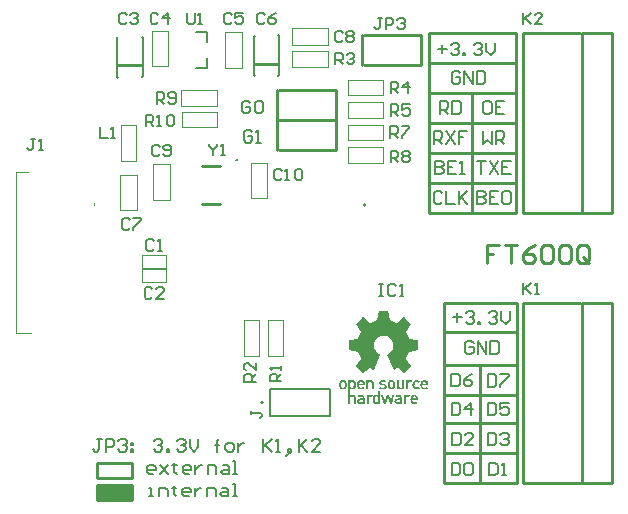
<source format=gbr>
%TF.GenerationSoftware,Altium Limited,Altium Designer,19.1.7 (138)*%
G04 Layer_Color=65535*
%FSLAX45Y45*%
%MOMM*%
%TF.FileFunction,Legend,Top*%
%TF.Part,Single*%
G01*
G75*
%TA.AperFunction,NonConductor*%
%ADD34C,0.15240*%
%ADD35C,0.10000*%
%ADD46C,0.20000*%
%ADD47C,0.25400*%
%ADD48C,0.12700*%
%ADD49C,0.15000*%
%ADD50C,0.17780*%
G36*
X6492473Y5017852D02*
Y5016387D01*
X6507121Y4941682D01*
Y4940217D01*
X6508586Y4938752D01*
X6510051Y4937287D01*
X6559855Y4916780D01*
X6564249D01*
X6627236Y4960724D01*
X6628701D01*
X6631631Y4959260D01*
X6685829Y4907991D01*
Y4906526D01*
Y4905061D01*
Y4903596D01*
Y4902132D01*
X6641885Y4840609D01*
Y4837680D01*
Y4836215D01*
Y4834750D01*
X6665322Y4783481D01*
Y4782017D01*
X6666787Y4780552D01*
X6669716D01*
X6740027Y4767368D01*
X6742957D01*
X6744422Y4765904D01*
Y4764439D01*
Y4689733D01*
Y4688268D01*
X6742957Y4686803D01*
X6740027D01*
X6671181Y4672155D01*
X6669716D01*
X6668251Y4670690D01*
X6666787Y4669226D01*
X6644814Y4613563D01*
Y4612098D01*
Y4610633D01*
Y4609168D01*
Y4607703D01*
X6685829Y4550575D01*
Y4547646D01*
Y4546181D01*
X6631631Y4493447D01*
X6630166Y4491983D01*
X6628701D01*
X6627236Y4493447D01*
X6570109Y4531533D01*
X6564249D01*
X6540812Y4518349D01*
X6537883D01*
X6536418Y4519814D01*
X6483684Y4645789D01*
Y4647253D01*
X6485149Y4651648D01*
X6492473Y4654577D01*
X6493938Y4656042D01*
X6495403Y4657507D01*
X6496868Y4658972D01*
X6501262Y4661902D01*
X6507121Y4667761D01*
X6514445Y4675085D01*
X6521770Y4683874D01*
X6527629Y4695592D01*
X6532023Y4708776D01*
X6533488Y4724889D01*
Y4726354D01*
Y4730748D01*
X6532023Y4736607D01*
X6530558Y4745396D01*
X6527629Y4754185D01*
X6523234Y4764439D01*
X6517375Y4774693D01*
X6510051Y4783481D01*
X6508586Y4784946D01*
X6505657Y4787876D01*
X6501262Y4790806D01*
X6493938Y4796665D01*
X6485149Y4801059D01*
X6474895Y4803989D01*
X6464642Y4806919D01*
X6451458Y4808383D01*
X6445599D01*
X6439740Y4806919D01*
X6430951Y4805454D01*
X6422162Y4802524D01*
X6411908Y4798130D01*
X6403119Y4792270D01*
X6392866Y4783481D01*
X6391401Y4782017D01*
X6389936Y4779087D01*
X6385541Y4774693D01*
X6381147Y4767368D01*
X6376753Y4758580D01*
X6373823Y4748326D01*
X6370893Y4738072D01*
X6369428Y4724889D01*
Y4723424D01*
Y4717565D01*
X6370893Y4710241D01*
X6373823Y4699987D01*
X6378217Y4689733D01*
X6385541Y4678015D01*
X6394330Y4667761D01*
X6407514Y4657507D01*
Y4656042D01*
X6408979Y4654577D01*
X6410443D01*
X6417767Y4651648D01*
X6419232Y4650183D01*
Y4645789D01*
X6367964Y4519814D01*
X6366499D01*
X6362104Y4518349D01*
X6337202Y4531533D01*
X6332808D01*
X6275680Y4493447D01*
X6274215Y4491983D01*
X6272750D01*
X6271286Y4493447D01*
X6217087Y4546181D01*
Y4547646D01*
Y4549111D01*
Y4550575D01*
X6258102Y4607703D01*
Y4609168D01*
Y4610633D01*
Y4612098D01*
Y4613563D01*
X6234665Y4669226D01*
Y4670690D01*
X6231736Y4672155D01*
X6162889Y4686803D01*
X6161424D01*
X6159959Y4688268D01*
X6158495Y4689733D01*
Y4764439D01*
Y4765904D01*
X6159959Y4767368D01*
X6162889D01*
X6233200Y4780552D01*
X6234665D01*
X6239060Y4783481D01*
X6259567Y4834750D01*
Y4836215D01*
Y4837680D01*
Y4839144D01*
Y4840609D01*
X6217087Y4902132D01*
Y4903596D01*
Y4905061D01*
Y4906526D01*
Y4907991D01*
X6271286Y4959260D01*
X6272750Y4960724D01*
X6275680D01*
X6337202Y4916780D01*
X6343062D01*
X6392866Y4937287D01*
X6394330D01*
X6395795Y4938752D01*
Y4941682D01*
X6410443Y5016387D01*
Y5017852D01*
X6411908Y5019317D01*
X6491008D01*
X6492473Y5017852D01*
D02*
G37*
G36*
X6691688Y4428995D02*
X6697548Y4426066D01*
X6685829Y4411418D01*
X6684364Y4412882D01*
X6682900Y4414347D01*
X6679970Y4415812D01*
X6677040Y4417277D01*
X6674111D01*
X6669716Y4415812D01*
X6663857Y4409953D01*
X6662392Y4405558D01*
X6660927Y4399699D01*
Y4352825D01*
X6644814D01*
Y4431925D01*
X6660927D01*
Y4423136D01*
X6662392Y4424601D01*
X6665322Y4427531D01*
X6672646Y4430460D01*
X6681435Y4431925D01*
X6685829D01*
X6691688Y4428995D01*
D02*
G37*
G36*
X6354780D02*
X6359175Y4424601D01*
X6363569Y4420207D01*
X6366499Y4412882D01*
X6367964Y4404094D01*
Y4352825D01*
X6351851D01*
Y4399699D01*
Y4401164D01*
Y4402629D01*
X6350386Y4408488D01*
X6344527Y4414347D01*
X6341597Y4417277D01*
X6332808D01*
X6328414Y4415812D01*
X6322554Y4409953D01*
X6321089Y4405558D01*
X6319625Y4399699D01*
Y4352825D01*
X6303512D01*
Y4431925D01*
X6319625D01*
Y4423136D01*
X6321089Y4424601D01*
X6325484Y4427531D01*
X6331343Y4430460D01*
X6341597Y4431925D01*
X6345991D01*
X6354780Y4428995D01*
D02*
G37*
G36*
X6196580Y4430460D02*
X6203904Y4428995D01*
X6211228Y4423136D01*
X6212693Y4421671D01*
X6214158Y4415812D01*
X6215623Y4407023D01*
Y4392375D01*
Y4390910D01*
Y4389445D01*
Y4380656D01*
X6214158Y4370403D01*
X6211228Y4361614D01*
X6209763Y4360149D01*
X6203904Y4357219D01*
X6196580Y4352825D01*
X6189256Y4351360D01*
X6187791D01*
X6183397Y4352825D01*
X6176072Y4355755D01*
X6167284Y4360149D01*
Y4298627D01*
X6168748Y4300091D01*
X6173143Y4303021D01*
X6179002Y4305951D01*
X6189256Y4307416D01*
X6193650D01*
X6202439Y4304486D01*
X6206834Y4301556D01*
X6211228Y4295697D01*
X6214158Y4289838D01*
X6215623Y4281049D01*
Y4229780D01*
X6199510D01*
Y4275190D01*
Y4276654D01*
Y4278119D01*
X6198045Y4283978D01*
X6192185Y4289838D01*
X6189256Y4292767D01*
X6180467D01*
X6176072Y4291303D01*
X6170213Y4285443D01*
X6168748Y4281049D01*
X6167284Y4275190D01*
Y4229780D01*
X6154100D01*
Y4431925D01*
X6167284D01*
Y4423136D01*
X6168748Y4424601D01*
X6174608Y4427531D01*
X6180467Y4430460D01*
X6189256Y4431925D01*
X6190721D01*
X6196580Y4430460D01*
D02*
G37*
G36*
X6455853D02*
X6464642Y4427531D01*
X6474895Y4420207D01*
X6466106Y4409953D01*
X6463177Y4411418D01*
X6457318Y4414347D01*
X6449993Y4415812D01*
X6444134Y4417277D01*
X6441205D01*
X6436810Y4415812D01*
X6432416Y4414347D01*
X6429486Y4408488D01*
Y4407023D01*
X6430951Y4405558D01*
X6433880Y4402629D01*
X6441205Y4401164D01*
X6454388Y4399699D01*
X6458782D01*
X6466106Y4395305D01*
X6474895Y4387981D01*
X6476360Y4383586D01*
X6477825Y4376262D01*
Y4374797D01*
Y4371868D01*
X6476360Y4368938D01*
X6473431Y4364543D01*
X6469036Y4358684D01*
X6463177Y4355755D01*
X6455853Y4352825D01*
X6444134Y4351360D01*
X6441205D01*
X6432416Y4352825D01*
X6422162Y4357219D01*
X6410443Y4366008D01*
X6420697Y4376262D01*
X6422162Y4374797D01*
X6428021Y4371868D01*
X6436810Y4367473D01*
X6445599Y4366008D01*
X6448529D01*
X6454388Y4367473D01*
X6458782Y4370403D01*
X6461712Y4373332D01*
Y4376262D01*
Y4377727D01*
X6460247Y4379192D01*
X6457318Y4382121D01*
X6451458Y4385051D01*
X6435345D01*
X6433880Y4386516D01*
X6426556Y4389445D01*
X6419232Y4396769D01*
X6417767Y4401164D01*
X6416303Y4408488D01*
Y4409953D01*
Y4412882D01*
X6419232Y4420207D01*
X6423627Y4424601D01*
X6428021Y4428995D01*
X6435345Y4430460D01*
X6444134Y4431925D01*
X6447064D01*
X6455853Y4430460D01*
D02*
G37*
G36*
X6741492D02*
X6750281Y4426066D01*
X6759070Y4418742D01*
X6747352Y4408488D01*
X6745887Y4409953D01*
X6742957Y4412882D01*
X6738563Y4415812D01*
X6731239Y4417277D01*
X6728309D01*
X6722450Y4414347D01*
X6718055Y4411418D01*
X6715126Y4407023D01*
X6713661Y4401164D01*
X6712196Y4392375D01*
Y4390910D01*
Y4387981D01*
X6715126Y4380656D01*
X6720985Y4371868D01*
X6725379Y4368938D01*
X6731239Y4367473D01*
X6732703D01*
X6737098Y4368938D01*
X6741492Y4371868D01*
X6747352Y4376262D01*
X6759070Y4366008D01*
X6757605Y4363079D01*
X6751746Y4358684D01*
X6742957Y4354290D01*
X6731239Y4351360D01*
X6725379D01*
X6719520Y4354290D01*
X6713661Y4357219D01*
X6707801Y4361614D01*
X6701942Y4368938D01*
X6697548Y4379192D01*
X6696083Y4392375D01*
Y4393840D01*
Y4398234D01*
X6697548Y4405558D01*
X6700477Y4412882D01*
X6704872Y4418742D01*
X6710731Y4426066D01*
X6719520Y4430460D01*
X6731239Y4431925D01*
X6734168D01*
X6741492Y4430460D01*
D02*
G37*
G36*
X6627236Y4352825D02*
X6611123D01*
Y4360149D01*
X6609659Y4358684D01*
X6605264Y4355755D01*
X6599405Y4352825D01*
X6592081Y4351360D01*
X6587686D01*
X6578897Y4354290D01*
X6573038Y4357219D01*
X6568644Y4363079D01*
X6565714Y4368938D01*
X6564249Y4377727D01*
Y4431925D01*
X6580362D01*
Y4385051D01*
Y4382121D01*
X6581827Y4376262D01*
X6587686Y4370403D01*
X6590616Y4368938D01*
X6596475Y4367473D01*
X6599405D01*
X6603799Y4370403D01*
X6608194Y4374797D01*
X6611123Y4379192D01*
Y4385051D01*
Y4431925D01*
X6627236D01*
Y4352825D01*
D02*
G37*
G36*
X6805944Y4430460D02*
X6813268Y4427531D01*
X6819128Y4424601D01*
X6823522Y4418742D01*
X6827916Y4409953D01*
X6829381Y4399699D01*
Y4385051D01*
X6779578D01*
Y4383586D01*
Y4382121D01*
X6782507Y4376262D01*
X6788366Y4368938D01*
X6792761Y4367473D01*
X6798620Y4366008D01*
X6800085D01*
X6804479Y4367473D01*
X6810339Y4370403D01*
X6814733Y4374797D01*
X6826452Y4364543D01*
X6824987Y4363079D01*
X6819128Y4358684D01*
X6810339Y4352825D01*
X6798620Y4351360D01*
X6792761D01*
X6786902Y4354290D01*
X6781042Y4357219D01*
X6775183Y4361614D01*
X6769324Y4368938D01*
X6764929Y4379192D01*
X6763465Y4392375D01*
Y4393840D01*
Y4398234D01*
X6764929Y4405558D01*
X6767859Y4412882D01*
X6770789Y4418742D01*
X6776648Y4426066D01*
X6785437Y4430460D01*
X6795690Y4431925D01*
X6801550D01*
X6805944Y4430460D01*
D02*
G37*
G36*
X6527629D02*
X6534953Y4428995D01*
X6542277Y4423136D01*
X6543742Y4421671D01*
X6546671Y4415812D01*
X6549601Y4407023D01*
X6551066Y4392375D01*
Y4390910D01*
Y4389445D01*
X6549601Y4380656D01*
X6548136Y4370403D01*
X6542277Y4361614D01*
X6540812Y4360149D01*
X6536418Y4357219D01*
X6529094Y4352825D01*
X6518840Y4351360D01*
X6515910D01*
X6510051Y4352825D01*
X6502727Y4355755D01*
X6493938Y4361614D01*
X6492473Y4363079D01*
X6491008Y4368938D01*
X6488079Y4379192D01*
X6486614Y4392375D01*
Y4393840D01*
Y4395305D01*
X6488079Y4404094D01*
X6489544Y4414347D01*
X6493938Y4423136D01*
X6495403Y4424601D01*
X6499797Y4427531D01*
X6508586Y4430460D01*
X6518840Y4431925D01*
X6521770D01*
X6527629Y4430460D01*
D02*
G37*
G36*
X6268356D02*
X6275680Y4427531D01*
X6281539Y4424601D01*
X6285934Y4418742D01*
X6290328Y4409953D01*
X6291793Y4399699D01*
Y4385051D01*
X6241989D01*
Y4383586D01*
Y4382121D01*
X6244919Y4376262D01*
X6249313Y4368938D01*
X6253708Y4367473D01*
X6259567Y4366008D01*
X6261032D01*
X6266891Y4367473D01*
X6271286Y4370403D01*
X6277145Y4374797D01*
X6290328Y4364543D01*
X6287399Y4363079D01*
X6281539Y4358684D01*
X6272750Y4352825D01*
X6261032Y4351360D01*
X6255173D01*
X6249313Y4354290D01*
X6243454Y4357219D01*
X6237595Y4361614D01*
X6231736Y4368938D01*
X6227341Y4379192D01*
X6225876Y4392375D01*
Y4393840D01*
Y4398234D01*
X6227341Y4405558D01*
X6230271Y4412882D01*
X6233200Y4418742D01*
X6239060Y4426066D01*
X6247849Y4430460D01*
X6258102Y4431925D01*
X6263962D01*
X6268356Y4430460D01*
D02*
G37*
G36*
X6117480D02*
X6124804Y4428995D01*
X6130663Y4423136D01*
X6132128Y4421671D01*
X6135058Y4415812D01*
X6137987Y4407023D01*
X6139452Y4392375D01*
Y4390910D01*
Y4389445D01*
X6137987Y4380656D01*
X6136522Y4370403D01*
X6130663Y4361614D01*
X6129198Y4360149D01*
X6124804Y4357219D01*
X6117480Y4352825D01*
X6107226Y4351360D01*
X6104296D01*
X6098437Y4352825D01*
X6091113Y4355755D01*
X6082324Y4361614D01*
X6080859Y4363079D01*
X6079394Y4370403D01*
X6077930Y4379192D01*
X6076465Y4392375D01*
Y4393840D01*
Y4395305D01*
X6077930Y4404094D01*
X6079394Y4412882D01*
X6082324Y4423136D01*
X6083789Y4424601D01*
X6088183Y4427531D01*
X6096972Y4430460D01*
X6107226Y4431925D01*
X6110156D01*
X6117480Y4430460D01*
D02*
G37*
G36*
X6672646Y4304486D02*
X6678505Y4301556D01*
X6665322Y4288373D01*
Y4289838D01*
X6662392Y4291303D01*
X6659462Y4292767D01*
X6652138D01*
X6647744Y4291303D01*
X6643349Y4285443D01*
X6640420Y4281049D01*
Y4275190D01*
Y4229780D01*
X6624307D01*
Y4307416D01*
X6640420D01*
Y4298627D01*
X6641885Y4300091D01*
X6646279Y4303021D01*
X6652138Y4305951D01*
X6662392Y4307416D01*
X6666787D01*
X6672646Y4304486D01*
D02*
G37*
G36*
X6423627Y4229780D02*
X6407514D01*
Y4235639D01*
X6406049Y4234175D01*
X6401654Y4231245D01*
X6395795Y4228315D01*
X6387006Y4226851D01*
X6385541D01*
X6379682Y4228315D01*
X6372358Y4231245D01*
X6366499Y4238569D01*
X6365034Y4240034D01*
X6363569Y4244428D01*
X6362104Y4247358D01*
Y4253217D01*
X6360640Y4259077D01*
Y4267865D01*
Y4269330D01*
Y4272260D01*
X6362104Y4281049D01*
X6363569Y4291303D01*
X6365034Y4295697D01*
X6366499Y4298627D01*
X6367964Y4300091D01*
X6370893Y4303021D01*
X6378217Y4305951D01*
X6387006Y4307416D01*
X6388471D01*
X6394330Y4305951D01*
X6400190Y4304486D01*
X6407514Y4298627D01*
Y4339642D01*
X6423627D01*
Y4229780D01*
D02*
G37*
G36*
X6354780Y4304486D02*
X6360640Y4301556D01*
X6348921Y4288373D01*
X6347456Y4289838D01*
X6345991Y4291303D01*
X6341597Y4292767D01*
X6335738D01*
X6331343Y4291303D01*
X6325484Y4285443D01*
X6324019Y4281049D01*
Y4275190D01*
Y4229780D01*
X6307906D01*
Y4307416D01*
X6324019D01*
Y4298627D01*
X6325484Y4300091D01*
X6328414Y4303021D01*
X6334273Y4305951D01*
X6343062Y4307416D01*
X6348921D01*
X6354780Y4304486D01*
D02*
G37*
G36*
X6518840Y4229780D02*
X6504192D01*
X6486614Y4283978D01*
X6470501Y4229780D01*
X6457318D01*
X6432416Y4307416D01*
X6448529D01*
X6463177Y4251752D01*
X6482219Y4307416D01*
X6493938D01*
X6511516Y4251752D01*
X6526164Y4307416D01*
X6543742D01*
X6518840Y4229780D01*
D02*
G37*
G36*
X6592081Y4304486D02*
X6596475Y4301556D01*
X6602335Y4297162D01*
X6605264Y4291303D01*
X6606729Y4282514D01*
Y4229780D01*
X6592081D01*
Y4235639D01*
X6590616Y4234175D01*
X6587686Y4231245D01*
X6580362Y4228315D01*
X6571573Y4226851D01*
X6567179D01*
X6558390Y4229780D01*
X6552531Y4232710D01*
X6548136Y4237104D01*
X6545207Y4242964D01*
X6543742Y4251752D01*
Y4253217D01*
Y4256147D01*
X6546671Y4263471D01*
X6549601Y4267865D01*
X6555460Y4272260D01*
X6561320Y4273725D01*
X6570109Y4275190D01*
X6592081D01*
Y4282514D01*
Y4283978D01*
X6590616Y4288373D01*
X6584757Y4291303D01*
X6581827Y4292767D01*
X6570109D01*
X6564249Y4291303D01*
X6561320Y4288373D01*
X6549601Y4297162D01*
X6551066Y4298627D01*
X6555460Y4303021D01*
X6562784Y4305951D01*
X6575968Y4307416D01*
X6580362D01*
X6592081Y4304486D01*
D02*
G37*
G36*
X6266891Y4305951D02*
X6274215Y4304486D01*
X6280075Y4301556D01*
X6284469Y4297162D01*
X6288863Y4291303D01*
X6290328Y4282514D01*
Y4229780D01*
X6274215D01*
Y4235639D01*
X6272750Y4234175D01*
X6269821Y4231245D01*
X6263962Y4228315D01*
X6255173Y4226851D01*
X6250778D01*
X6240524Y4229780D01*
X6234665Y4232710D01*
X6230271Y4237104D01*
X6227341Y4242964D01*
X6225876Y4251752D01*
Y4253217D01*
Y4256147D01*
X6228806Y4263471D01*
X6231736Y4267865D01*
X6237595Y4272260D01*
X6243454Y4273725D01*
X6252243Y4275190D01*
X6274215D01*
Y4282514D01*
Y4283978D01*
X6272750Y4288373D01*
X6266891Y4291303D01*
X6263962Y4292767D01*
X6252243D01*
X6246384Y4291303D01*
X6241989Y4288373D01*
X6230271Y4297162D01*
X6231736Y4298627D01*
X6237595Y4303021D01*
X6244919Y4305951D01*
X6256637Y4307416D01*
X6262497D01*
X6266891Y4305951D01*
D02*
G37*
G36*
X6720985D02*
X6728309Y4303021D01*
X6734168Y4300091D01*
X6738563Y4294232D01*
X6742957Y4285443D01*
X6744422Y4275190D01*
Y4260541D01*
X6694618D01*
Y4259077D01*
Y4257612D01*
X6697548Y4251752D01*
X6701942Y4244428D01*
X6706337Y4242964D01*
X6712196Y4241499D01*
X6713661D01*
X6719520Y4242964D01*
X6723914Y4245893D01*
X6729774Y4250288D01*
X6741492Y4240034D01*
X6740027Y4238569D01*
X6734168Y4234175D01*
X6725379Y4228315D01*
X6713661Y4226851D01*
X6707801D01*
X6701942Y4229780D01*
X6696083Y4232710D01*
X6690224Y4237104D01*
X6684364Y4244428D01*
X6679970Y4254682D01*
X6678505Y4267865D01*
Y4269330D01*
Y4273725D01*
X6679970Y4281049D01*
X6682900Y4288373D01*
X6685829Y4294232D01*
X6691688Y4301556D01*
X6700477Y4305951D01*
X6710731Y4307416D01*
X6716590D01*
X6720985Y4305951D01*
D02*
G37*
%LPC*%
G36*
X6183397Y4417277D02*
X6180467D01*
X6176072Y4414347D01*
X6173143Y4411418D01*
X6170213Y4407023D01*
X6168748Y4401164D01*
X6167284Y4392375D01*
Y4390910D01*
Y4387981D01*
X6168748Y4380656D01*
X6174608Y4371868D01*
X6177537Y4368938D01*
X6183397Y4367473D01*
X6186326D01*
X6192185Y4370403D01*
X6195115Y4373332D01*
X6196580Y4377727D01*
X6199510Y4383586D01*
Y4392375D01*
Y4393840D01*
Y4396769D01*
X6198045Y4405558D01*
X6192185Y4412882D01*
X6189256Y4415812D01*
X6183397Y4417277D01*
D02*
G37*
G36*
X6800085D02*
X6792761D01*
X6788366Y4415812D01*
X6782507Y4409953D01*
X6781042Y4405558D01*
X6779578Y4399699D01*
X6813268D01*
Y4401164D01*
Y4402629D01*
X6810339Y4408488D01*
X6804479Y4414347D01*
X6800085Y4417277D01*
D02*
G37*
G36*
X6518840D02*
X6517375D01*
X6514445Y4415812D01*
X6510051Y4414347D01*
X6507121Y4409953D01*
X6505657Y4407023D01*
X6504192Y4401164D01*
X6502727Y4392375D01*
Y4389445D01*
Y4385051D01*
X6504192Y4377727D01*
X6507121Y4373332D01*
Y4371868D01*
X6508586Y4370403D01*
X6512981Y4368938D01*
X6518840Y4367473D01*
X6520305D01*
X6523234Y4368938D01*
X6527629Y4370403D01*
X6530558Y4373332D01*
X6532023Y4374797D01*
X6533488Y4377727D01*
X6534953Y4383586D01*
Y4392375D01*
Y4395305D01*
Y4399699D01*
X6533488Y4405558D01*
X6530558Y4409953D01*
Y4411418D01*
X6527629Y4414347D01*
X6524699Y4415812D01*
X6518840Y4417277D01*
D02*
G37*
G36*
X6262497D02*
X6255173D01*
X6250778Y4415812D01*
X6244919Y4409953D01*
X6243454Y4405558D01*
X6241989Y4399699D01*
X6275680D01*
Y4401164D01*
Y4402629D01*
X6272750Y4408488D01*
X6266891Y4414347D01*
X6262497Y4417277D01*
D02*
G37*
G36*
X6107226D02*
X6105761D01*
X6102832Y4415812D01*
X6098437Y4414347D01*
X6095507Y4409953D01*
X6094043Y4408488D01*
X6092578Y4405558D01*
X6091113Y4399699D01*
X6089648Y4392375D01*
Y4390910D01*
X6091113Y4385051D01*
X6092578Y4379192D01*
X6095507Y4373332D01*
Y4371868D01*
X6096972Y4370403D01*
X6101367Y4368938D01*
X6107226Y4367473D01*
X6108691D01*
X6113085Y4368938D01*
X6117480Y4370403D01*
X6120409Y4373332D01*
Y4374797D01*
X6121874Y4377727D01*
X6123339Y4383586D01*
Y4392375D01*
Y4395305D01*
Y4399699D01*
X6121874Y4405558D01*
X6120409Y4409953D01*
X6118945Y4411418D01*
X6117480Y4414347D01*
X6113085Y4415812D01*
X6107226Y4417277D01*
D02*
G37*
G36*
X6392866Y4292767D02*
X6389936D01*
X6385541Y4289838D01*
X6382612Y4286908D01*
X6379682Y4282514D01*
X6378217Y4276654D01*
X6376753Y4267865D01*
Y4266401D01*
Y4263471D01*
X6378217Y4256147D01*
X6384077Y4247358D01*
X6387006Y4244428D01*
X6392866Y4242964D01*
X6395795D01*
X6400190Y4245893D01*
X6403119Y4248823D01*
X6404584Y4253217D01*
X6407514Y4259077D01*
Y4267865D01*
Y4269330D01*
Y4272260D01*
X6406049Y4281049D01*
X6401654Y4288373D01*
X6397260Y4291303D01*
X6392866Y4292767D01*
D02*
G37*
G36*
X6592081Y4260541D02*
X6571573D01*
X6567179Y4259077D01*
X6561320Y4257612D01*
X6559855Y4251752D01*
Y4250288D01*
X6561320Y4247358D01*
X6565714Y4242964D01*
X6573038Y4241499D01*
X6575968D01*
X6583292Y4242964D01*
X6589151Y4247358D01*
X6590616Y4251752D01*
X6592081Y4256147D01*
Y4260541D01*
D02*
G37*
G36*
X6274215D02*
X6253708D01*
X6249313Y4259077D01*
X6243454Y4257612D01*
X6241989Y4251752D01*
Y4250288D01*
X6243454Y4247358D01*
X6247849Y4242964D01*
X6256637Y4241499D01*
X6259567D01*
X6265426Y4242964D01*
X6271286Y4247358D01*
X6274215Y4251752D01*
Y4256147D01*
Y4260541D01*
D02*
G37*
G36*
X6715126Y4292767D02*
X6707801D01*
X6703407Y4291303D01*
X6697548Y4285443D01*
X6696083Y4281049D01*
X6694618Y4275190D01*
X6728309D01*
Y4276654D01*
Y4278119D01*
X6725379Y4283978D01*
X6719520Y4289838D01*
X6715126Y4292767D01*
D02*
G37*
%LPD*%
D34*
X5328511Y4171826D02*
Y4139663D01*
Y4155745D01*
X5408919D01*
X5425000Y4139663D01*
Y4123582D01*
X5408919Y4107500D01*
X6435674Y7498245D02*
X6403511D01*
X6419593D01*
Y7417837D01*
X6403511Y7401756D01*
X6387430D01*
X6371348Y7417837D01*
X6467837Y7401756D02*
Y7498245D01*
X6516082D01*
X6532163Y7482163D01*
Y7450000D01*
X6516082Y7433919D01*
X6467837D01*
X6564326Y7482163D02*
X6580407Y7498245D01*
X6612570D01*
X6628652Y7482163D01*
Y7466082D01*
X6612570Y7450000D01*
X6596489D01*
X6612570D01*
X6628652Y7433919D01*
Y7417837D01*
X6612570Y7401756D01*
X6580407D01*
X6564326Y7417837D01*
X4050474Y6576045D02*
Y6479556D01*
X4114800D01*
X4146963D02*
X4179126D01*
X4163045D01*
Y6576045D01*
X4146963Y6559963D01*
X4438689Y6581156D02*
Y6677645D01*
X4486934D01*
X4503015Y6661563D01*
Y6629400D01*
X4486934Y6613319D01*
X4438689D01*
X4470852D02*
X4503015Y6581156D01*
X4535178D02*
X4567341D01*
X4551259D01*
Y6677645D01*
X4535178Y6661563D01*
X4615585D02*
X4631667Y6677645D01*
X4663830D01*
X4679911Y6661563D01*
Y6597237D01*
X4663830Y6581156D01*
X4631667D01*
X4615585Y6597237D01*
Y6661563D01*
X4529693Y6771656D02*
Y6868145D01*
X4577937D01*
X4594018Y6852063D01*
Y6819900D01*
X4577937Y6803819D01*
X4529693D01*
X4561856D02*
X4594018Y6771656D01*
X4626182Y6787737D02*
X4642263Y6771656D01*
X4674426D01*
X4690507Y6787737D01*
Y6852063D01*
X4674426Y6868145D01*
X4642263D01*
X4626182Y6852063D01*
Y6835982D01*
X4642263Y6819900D01*
X4690507D01*
X6510893Y6276356D02*
Y6372845D01*
X6559137D01*
X6575218Y6356763D01*
Y6324600D01*
X6559137Y6308519D01*
X6510893D01*
X6543056D02*
X6575218Y6276356D01*
X6607382Y6356763D02*
X6623463Y6372845D01*
X6655626D01*
X6671707Y6356763D01*
Y6340682D01*
X6655626Y6324600D01*
X6671707Y6308519D01*
Y6292437D01*
X6655626Y6276356D01*
X6623463D01*
X6607382Y6292437D01*
Y6308519D01*
X6623463Y6324600D01*
X6607382Y6340682D01*
Y6356763D01*
X6623463Y6324600D02*
X6655626D01*
X6509488Y6482181D02*
Y6578670D01*
X6557732D01*
X6573813Y6562588D01*
Y6530426D01*
X6557732Y6514344D01*
X6509488D01*
X6541651D02*
X6573813Y6482181D01*
X6605976Y6578670D02*
X6670302D01*
Y6562588D01*
X6605976Y6498263D01*
Y6482181D01*
X6510893Y6670056D02*
Y6766545D01*
X6559137D01*
X6575218Y6750463D01*
Y6718300D01*
X6559137Y6702219D01*
X6510893D01*
X6543056D02*
X6575218Y6670056D01*
X6671707Y6766545D02*
X6607382D01*
Y6718300D01*
X6639545Y6734382D01*
X6655626D01*
X6671707Y6718300D01*
Y6686137D01*
X6655626Y6670056D01*
X6623463D01*
X6607382Y6686137D01*
X6510893Y6860556D02*
Y6957045D01*
X6559137D01*
X6575218Y6940963D01*
Y6908800D01*
X6559137Y6892719D01*
X6510893D01*
X6543056D02*
X6575218Y6860556D01*
X6655626D02*
Y6957045D01*
X6607382Y6908800D01*
X6671707D01*
X6042388Y7104481D02*
Y7200970D01*
X6090632D01*
X6106713Y7184888D01*
Y7152726D01*
X6090632Y7136644D01*
X6042388D01*
X6074551D02*
X6106713Y7104481D01*
X6138876Y7184888D02*
X6154958Y7200970D01*
X6187121D01*
X6203202Y7184888D01*
Y7168807D01*
X6187121Y7152726D01*
X6171039D01*
X6187121D01*
X6203202Y7136644D01*
Y7120563D01*
X6187121Y7104481D01*
X6154958D01*
X6138876Y7120563D01*
X5369544Y4415393D02*
X5273055D01*
Y4463638D01*
X5289137Y4479719D01*
X5321299D01*
X5337381Y4463638D01*
Y4415393D01*
Y4447556D02*
X5369544Y4479719D01*
Y4576208D02*
Y4511882D01*
X5305218Y4576208D01*
X5289137D01*
X5273055Y4560126D01*
Y4527963D01*
X5289137Y4511882D01*
X5585444Y4418774D02*
X5488955D01*
Y4467019D01*
X5505037Y4483100D01*
X5537200D01*
X5553281Y4467019D01*
Y4418774D01*
Y4450937D02*
X5585444Y4483100D01*
Y4515263D02*
Y4547426D01*
Y4531345D01*
X5488955D01*
X5505037Y4515263D01*
X4977574Y6428725D02*
Y6412643D01*
X5009737Y6380480D01*
X5041900Y6412643D01*
Y6428725D01*
X5009737Y6380480D02*
Y6332236D01*
X5074063D02*
X5106226D01*
X5090145D01*
Y6428725D01*
X5074063Y6412643D01*
X4787074Y7541245D02*
Y7460837D01*
X4803156Y7444756D01*
X4835319D01*
X4851400Y7460837D01*
Y7541245D01*
X4883563Y7444756D02*
X4915726D01*
X4899645D01*
Y7541245D01*
X4883563Y7525163D01*
X7635240Y7541229D02*
Y7444740D01*
Y7476903D01*
X7699566Y7541229D01*
X7651322Y7492985D01*
X7699566Y7444740D01*
X7796055D02*
X7731729D01*
X7796055Y7509066D01*
Y7525147D01*
X7779973Y7541229D01*
X7747810D01*
X7731729Y7525147D01*
X7635240Y5255229D02*
Y5158740D01*
Y5190903D01*
X7699566Y5255229D01*
X7651322Y5206985D01*
X7699566Y5158740D01*
X7731729D02*
X7763892D01*
X7747810D01*
Y5255229D01*
X7731729Y5239147D01*
X3500000Y6473245D02*
X3467837D01*
X3483919D01*
Y6392837D01*
X3467837Y6376756D01*
X3451756D01*
X3435674Y6392837D01*
X3532163Y6376756D02*
X3564326D01*
X3548245D01*
Y6473245D01*
X3532163Y6457163D01*
X6410571Y5242545D02*
X6442734D01*
X6426652D01*
Y5146056D01*
X6410571D01*
X6442734D01*
X6555304Y5226463D02*
X6539222Y5242545D01*
X6507059D01*
X6490978Y5226463D01*
Y5162137D01*
X6507059Y5146056D01*
X6539222D01*
X6555304Y5162137D01*
X6587467Y5146056D02*
X6619630D01*
X6603548D01*
Y5242545D01*
X6587467Y5226463D01*
X5587595Y6204363D02*
X5571514Y6220445D01*
X5539351D01*
X5523269Y6204363D01*
Y6140037D01*
X5539351Y6123956D01*
X5571514D01*
X5587595Y6140037D01*
X5619758Y6123956D02*
X5651921D01*
X5635839D01*
Y6220445D01*
X5619758Y6204363D01*
X5700165D02*
X5716247Y6220445D01*
X5748410D01*
X5764491Y6204363D01*
Y6140037D01*
X5748410Y6123956D01*
X5716247D01*
X5700165Y6140037D01*
Y6204363D01*
X4555918Y6407563D02*
X4539837Y6423645D01*
X4507674D01*
X4491593Y6407563D01*
Y6343237D01*
X4507674Y6327156D01*
X4539837D01*
X4555918Y6343237D01*
X4588082D02*
X4604163Y6327156D01*
X4636326D01*
X4652407Y6343237D01*
Y6407563D01*
X4636326Y6423645D01*
X4604163D01*
X4588082Y6407563D01*
Y6391482D01*
X4604163Y6375400D01*
X4652407D01*
X6105318Y7372763D02*
X6089237Y7388845D01*
X6057074D01*
X6040993Y7372763D01*
Y7308437D01*
X6057074Y7292356D01*
X6089237D01*
X6105318Y7308437D01*
X6137482Y7372763D02*
X6153563Y7388845D01*
X6185726D01*
X6201807Y7372763D01*
Y7356682D01*
X6185726Y7340600D01*
X6201807Y7324519D01*
Y7308437D01*
X6185726Y7292356D01*
X6153563D01*
X6137482Y7308437D01*
Y7324519D01*
X6153563Y7340600D01*
X6137482Y7356682D01*
Y7372763D01*
X6153563Y7340600D02*
X6185726D01*
X4301910Y5783867D02*
X4285829Y5799949D01*
X4253666D01*
X4237585Y5783867D01*
Y5719542D01*
X4253666Y5703460D01*
X4285829D01*
X4301910Y5719542D01*
X4334073Y5799949D02*
X4398399D01*
Y5783867D01*
X4334073Y5719542D01*
Y5703460D01*
X5444918Y7525055D02*
X5428837Y7541137D01*
X5396674D01*
X5380593Y7525055D01*
Y7460730D01*
X5396674Y7444648D01*
X5428837D01*
X5444918Y7460730D01*
X5541407Y7541137D02*
X5509245Y7525055D01*
X5477082Y7492893D01*
Y7460730D01*
X5493163Y7444648D01*
X5525326D01*
X5541407Y7460730D01*
Y7476811D01*
X5525326Y7492893D01*
X5477082D01*
X5165518Y7525163D02*
X5149437Y7541245D01*
X5117274D01*
X5101193Y7525163D01*
Y7460837D01*
X5117274Y7444756D01*
X5149437D01*
X5165518Y7460837D01*
X5262007Y7541245D02*
X5197682D01*
Y7493000D01*
X5229845Y7509082D01*
X5245926D01*
X5262007Y7493000D01*
Y7460837D01*
X5245926Y7444756D01*
X5213763D01*
X5197682Y7460837D01*
X4543218Y7525163D02*
X4527137Y7541245D01*
X4494974D01*
X4478893Y7525163D01*
Y7460837D01*
X4494974Y7444756D01*
X4527137D01*
X4543218Y7460837D01*
X4623626Y7444756D02*
Y7541245D01*
X4575382Y7493000D01*
X4639707D01*
X4276518Y7525163D02*
X4260437Y7541245D01*
X4228274D01*
X4212193Y7525163D01*
Y7460837D01*
X4228274Y7444756D01*
X4260437D01*
X4276518Y7460837D01*
X4308682Y7525163D02*
X4324763Y7541245D01*
X4356926D01*
X4373007Y7525163D01*
Y7509082D01*
X4356926Y7493000D01*
X4340845D01*
X4356926D01*
X4373007Y7476919D01*
Y7460837D01*
X4356926Y7444756D01*
X4324763D01*
X4308682Y7460837D01*
X4492418Y5201063D02*
X4476337Y5217145D01*
X4444174D01*
X4428093Y5201063D01*
Y5136737D01*
X4444174Y5120656D01*
X4476337D01*
X4492418Y5136737D01*
X4588907Y5120656D02*
X4524582D01*
X4588907Y5184982D01*
Y5201063D01*
X4572826Y5217145D01*
X4540663D01*
X4524582Y5201063D01*
X4508500Y5607463D02*
X4492419Y5623545D01*
X4460256D01*
X4444174Y5607463D01*
Y5543137D01*
X4460256Y5527056D01*
X4492419D01*
X4508500Y5543137D01*
X4540663Y5527056D02*
X4572826D01*
X4556745D01*
Y5623545D01*
X4540663Y5607463D01*
D35*
X3335500Y6188500D02*
X3443000D01*
X3335500Y4833500D02*
Y6188500D01*
Y4833500D02*
X3468000D01*
X6149200Y6272300D02*
X6449200D01*
X6149200D02*
Y6402300D01*
X6449200D01*
Y6272300D02*
Y6402300D01*
X6149200Y6462800D02*
X6449200D01*
X6149200D02*
Y6592800D01*
X6449200D01*
Y6462800D02*
Y6592800D01*
X6147805Y6653306D02*
X6447805D01*
X6147805D02*
Y6783306D01*
X6447805D01*
Y6653306D02*
Y6783306D01*
X6149200Y6843800D02*
X6449200D01*
X6149200D02*
Y6973800D01*
X6449200D01*
Y6843800D02*
Y6973800D01*
X5979300Y7270600D02*
Y7410600D01*
X5679300Y7270600D02*
X5979300D01*
X5679300Y7410600D02*
X5979300D01*
X5679300Y7270600D02*
Y7410600D01*
Y7085100D02*
X5979300D01*
X5679300D02*
Y7215100D01*
X5979300D01*
Y7085100D02*
Y7215100D01*
X5111600Y7076300D02*
X5251600D01*
X5111600D02*
Y7376300D01*
X5251600Y7076300D02*
Y7376300D01*
X5111600D02*
X5251600D01*
X4227606Y6287495D02*
Y6587495D01*
X4357606D01*
Y6287495D02*
Y6587495D01*
X4227606Y6287495D02*
X4357606D01*
X4740905Y6574475D02*
X5040905D01*
X4740905D02*
Y6704475D01*
X5040905D01*
Y6574475D02*
Y6704475D01*
X4739500Y6754900D02*
X5039500D01*
X4739500D02*
Y6884900D01*
X5039500D01*
Y6754900D02*
Y6884900D01*
X4489292Y7090404D02*
X4629292D01*
X4489292D02*
Y7390404D01*
X4629292Y7090404D02*
Y7390404D01*
X4489292D02*
X4629292D01*
X5327492Y5970004D02*
X5467492D01*
X5327492D02*
Y6270004D01*
X5467492Y5970004D02*
Y6270004D01*
X5327492D02*
X5467492D01*
X4502000Y5958700D02*
X4642000D01*
X4502000D02*
Y6258700D01*
X4642000Y5958700D02*
Y6258700D01*
X4502000D02*
X4642000D01*
X4222592Y5868404D02*
X4362592D01*
X4222592D02*
Y6168404D01*
X4362592Y5868404D02*
Y6168404D01*
X4222592D02*
X4362592D01*
X4403500Y5370575D02*
X4613500D01*
Y5260575D02*
Y5370575D01*
X4403500Y5260575D02*
X4613500D01*
X4403500D02*
Y5370575D01*
Y5490600D02*
X4613500D01*
Y5380600D02*
Y5490600D01*
X4403500Y5380600D02*
X4613500D01*
X4403500D02*
Y5490600D01*
X5269000Y4637900D02*
Y4937900D01*
X5399000D01*
Y4637900D02*
Y4937900D01*
X5269000Y4637900D02*
X5399000D01*
X5602194Y4636505D02*
Y4936505D01*
X5472194Y4636505D02*
X5602194D01*
X5472194D02*
Y4936505D01*
X5602194D01*
D46*
X5431400Y4241800D02*
G03*
X5431400Y4241800I-10000J0D01*
G01*
X4003000Y5921000D02*
G03*
X4003000Y5911000I0J-5000D01*
G01*
D02*
G03*
X4003000Y5921000I0J5000D01*
G01*
D02*
G03*
X4003000Y5911000I0J-5000D01*
G01*
X6299000Y5912000D02*
G03*
X6299000Y5912000I-10000J0D01*
G01*
X4959500Y7076300D02*
Y7156300D01*
X4859500Y7076300D02*
X4959500D01*
Y7296300D02*
Y7376300D01*
X4859500D02*
X4959500D01*
D47*
X5211103Y6293900D02*
G03*
X5211103Y6293900I-5903J0D01*
G01*
X4295507Y3510253D02*
X4310253Y3525000D01*
X4035253Y3510253D02*
X4295507D01*
X4023597Y3426697D02*
X4302997D01*
X4023597D02*
X4038600Y3441700D01*
X4318000D01*
X4305300Y3454400D02*
X4318000Y3441700D01*
X4053841Y3454400D02*
X4305300D01*
X4049441Y3450000D02*
X4053841Y3454400D01*
X4023597Y3475844D02*
X4049441Y3450000D01*
X4023597Y3475844D02*
X4323597D01*
X4300844Y3498597D02*
X4323597Y3475844D01*
X4023597Y3498597D02*
X4300844D01*
X4023597D02*
X4035253Y3510253D01*
X4025000Y3525000D02*
X4310253D01*
X4023597Y3413344D02*
Y3538344D01*
Y3413344D02*
X4323597D01*
Y3538344D01*
X4023597D02*
X4323597D01*
X4025000Y3725000D02*
X4325000D01*
Y3600000D02*
Y3725000D01*
X4025000Y3600000D02*
X4325000D01*
X4025000D02*
Y3725000D01*
X6764300Y7098000D02*
Y7352000D01*
X6269000Y7098000D02*
Y7352000D01*
X6281700Y7098000D02*
X6764300D01*
X6281700Y7352000D02*
X6764300D01*
X6832600Y5842000D02*
Y5867400D01*
Y5842000D02*
X7569200D01*
X6832600Y7112000D02*
X7569200D01*
X6845300Y6858000D02*
X7556500D01*
X6845300Y6604000D02*
X7569200D01*
X6832600Y6350000D02*
X7569200D01*
X6845300Y6096000D02*
X7569200D01*
X7200900Y5842000D02*
Y6845300D01*
X6832600Y5867400D02*
Y7366000D01*
X7569200D01*
Y5842000D02*
Y7366000D01*
X7270750Y3556000D02*
Y4559300D01*
X6959600Y3810000D02*
X7581900D01*
X6959600Y4064000D02*
X7581900D01*
X6959600Y4305300D02*
X7581900D01*
X6959600Y4559300D02*
X7581900D01*
X6959600Y4838700D02*
X7581900D01*
X6959600Y5080000D02*
X7581900D01*
Y3556000D02*
Y5080000D01*
X6959600Y3556000D02*
X7581900D01*
X6959600D02*
Y5080000D01*
X5361000Y7110002D02*
X5558500D01*
X4205300Y7097302D02*
X4402800D01*
X4916100Y6243300D02*
X5066100D01*
X4916100Y5923300D02*
X5066100D01*
X6046023Y6375325D02*
Y6629325D01*
X5550723Y6375325D02*
Y6629325D01*
X5563423Y6375325D02*
X6046023D01*
X5563423Y6629325D02*
X6046023D01*
Y6883325D01*
X5550723Y6629325D02*
Y6883325D01*
X5563423Y6629325D02*
X6046023D01*
X5563423Y6883325D02*
X6046023D01*
X7632700Y3556000D02*
Y5080000D01*
X8115300D01*
X7632700Y3556000D02*
X8128000D01*
Y5080000D01*
Y3556000D02*
X8382000D01*
Y5080000D01*
X8128000D02*
X8382000D01*
X8128000Y3556000D02*
X8382000D01*
X7632700Y5842000D02*
Y7366000D01*
X8115300D01*
X7632700Y5842000D02*
X8128000D01*
Y7366000D01*
Y5842000D02*
X8382000D01*
Y7366000D01*
X8128000D02*
X8382000D01*
X8128000Y5842000D02*
X8382000D01*
X7426967Y5577751D02*
X7325400D01*
Y5501575D01*
X7376183D01*
X7325400D01*
Y5425400D01*
X7477751Y5577751D02*
X7579318D01*
X7528534D01*
Y5425400D01*
X7731669Y5577751D02*
X7680885Y5552359D01*
X7630101Y5501575D01*
Y5450792D01*
X7655493Y5425400D01*
X7706277D01*
X7731669Y5450792D01*
Y5476184D01*
X7706277Y5501575D01*
X7630101D01*
X7782452Y5552359D02*
X7807844Y5577751D01*
X7858627D01*
X7884019Y5552359D01*
Y5450792D01*
X7858627Y5425400D01*
X7807844D01*
X7782452Y5450792D01*
Y5552359D01*
X7934803D02*
X7960195Y5577751D01*
X8010978D01*
X8036370Y5552359D01*
Y5450792D01*
X8010978Y5425400D01*
X7960195D01*
X7934803Y5450792D01*
Y5552359D01*
X8188721Y5450792D02*
Y5552359D01*
X8163329Y5577751D01*
X8112545D01*
X8087153Y5552359D01*
Y5450792D01*
X8112545Y5425400D01*
X8163329D01*
X8137937Y5476184D02*
X8188721Y5425400D01*
X8163329D02*
X8188721Y5450792D01*
D48*
X5486400Y4124800D02*
X5994400D01*
X5486400Y4358800D02*
X5994400D01*
Y4124800D02*
Y4358800D01*
X5486400Y4124800D02*
Y4358800D01*
D49*
X5353402Y7012502D02*
X5360999Y7004904D01*
X5558400Y7007402D02*
X5566098Y7015099D01*
Y7342502D01*
X5558597Y7350002D02*
X5566098Y7342502D01*
X5353402Y7012502D02*
Y7339904D01*
X5361001Y7347503D01*
X4197702Y6999802D02*
X4205299Y6992204D01*
X4402700Y6994702D02*
X4410398Y7002399D01*
Y7329802D01*
X4402897Y7337302D02*
X4410398Y7329802D01*
X4197702Y6999802D02*
Y7327204D01*
X4205301Y7334803D01*
D50*
X4503403Y3637280D02*
X4467854D01*
X4450080Y3655054D01*
Y3690603D01*
X4467854Y3708377D01*
X4503403D01*
X4521177Y3690603D01*
Y3672829D01*
X4450080D01*
X4556725Y3708377D02*
X4627823Y3637280D01*
X4592274Y3672829D01*
X4627823Y3708377D01*
X4556725Y3637280D01*
X4681145Y3726151D02*
Y3708377D01*
X4663371D01*
X4698919D01*
X4681145D01*
Y3655054D01*
X4698919Y3637280D01*
X4805565D02*
X4770016D01*
X4752242Y3655054D01*
Y3690603D01*
X4770016Y3708377D01*
X4805565D01*
X4823339Y3690603D01*
Y3672829D01*
X4752242D01*
X4858888Y3708377D02*
Y3637280D01*
Y3672829D01*
X4876662Y3690603D01*
X4894436Y3708377D01*
X4912210D01*
X4965533Y3637280D02*
Y3708377D01*
X5018856D01*
X5036630Y3690603D01*
Y3637280D01*
X5089953Y3708377D02*
X5125501D01*
X5143276Y3690603D01*
Y3637280D01*
X5089953D01*
X5072179Y3655054D01*
X5089953Y3672829D01*
X5143276D01*
X5178824Y3637280D02*
X5214373D01*
X5196598D01*
Y3743925D01*
X5178824D01*
X4462780Y3446780D02*
X4498329D01*
X4480554D01*
Y3517877D01*
X4462780D01*
X4551651Y3446780D02*
Y3517877D01*
X4604974D01*
X4622748Y3500103D01*
Y3446780D01*
X4676071Y3535651D02*
Y3517877D01*
X4658297D01*
X4693845D01*
X4676071D01*
Y3464554D01*
X4693845Y3446780D01*
X4800491D02*
X4764942D01*
X4747168Y3464554D01*
Y3500103D01*
X4764942Y3517877D01*
X4800491D01*
X4818265Y3500103D01*
Y3482329D01*
X4747168D01*
X4853814Y3517877D02*
Y3446780D01*
Y3482329D01*
X4871588Y3500103D01*
X4889362Y3517877D01*
X4907136D01*
X4960459Y3446780D02*
Y3517877D01*
X5013782D01*
X5031556Y3500103D01*
Y3446780D01*
X5084879Y3517877D02*
X5120427D01*
X5138202Y3500103D01*
Y3446780D01*
X5084879D01*
X5067104Y3464554D01*
X5084879Y3482329D01*
X5138202D01*
X5173750Y3446780D02*
X5209298D01*
X5191524D01*
Y3553425D01*
X5173750D01*
X4063977Y3931874D02*
X4028429D01*
X4046203D01*
Y3843003D01*
X4028429Y3825229D01*
X4010654D01*
X3992880Y3843003D01*
X4099525Y3825229D02*
Y3931874D01*
X4152848D01*
X4170623Y3914100D01*
Y3878551D01*
X4152848Y3860777D01*
X4099525D01*
X4206171Y3914100D02*
X4223945Y3931874D01*
X4259494D01*
X4277268Y3914100D01*
Y3896326D01*
X4259494Y3878551D01*
X4241719D01*
X4259494D01*
X4277268Y3860777D01*
Y3843003D01*
X4259494Y3825229D01*
X4223945D01*
X4206171Y3843003D01*
X4312816Y3896326D02*
X4330591D01*
Y3878551D01*
X4312816D01*
Y3896326D01*
Y3843003D02*
X4330591D01*
Y3825229D01*
X4312816D01*
Y3843003D01*
X4508333Y3914100D02*
X4526107Y3931874D01*
X4561656D01*
X4579430Y3914100D01*
Y3896326D01*
X4561656Y3878551D01*
X4543882D01*
X4561656D01*
X4579430Y3860777D01*
Y3843003D01*
X4561656Y3825229D01*
X4526107D01*
X4508333Y3843003D01*
X4614979Y3825229D02*
Y3843003D01*
X4632753D01*
Y3825229D01*
X4614979D01*
X4703850Y3914100D02*
X4721624Y3931874D01*
X4757173D01*
X4774947Y3914100D01*
Y3896326D01*
X4757173Y3878551D01*
X4739398D01*
X4757173D01*
X4774947Y3860777D01*
Y3843003D01*
X4757173Y3825229D01*
X4721624D01*
X4703850Y3843003D01*
X4810495Y3931874D02*
Y3860777D01*
X4846044Y3825229D01*
X4881592Y3860777D01*
Y3931874D01*
X5041560Y3825229D02*
Y3914100D01*
Y3878551D01*
X5023786D01*
X5059335D01*
X5041560D01*
Y3914100D01*
X5059335Y3931874D01*
X5130432Y3825229D02*
X5165980D01*
X5183755Y3843003D01*
Y3878551D01*
X5165980Y3896326D01*
X5130432D01*
X5112658Y3878551D01*
Y3843003D01*
X5130432Y3825229D01*
X5219303Y3896326D02*
Y3825229D01*
Y3860777D01*
X5237077Y3878551D01*
X5254852Y3896326D01*
X5272626D01*
X5432594Y3931874D02*
Y3825229D01*
Y3860777D01*
X5503691Y3931874D01*
X5450368Y3878551D01*
X5503691Y3825229D01*
X5539239D02*
X5574788D01*
X5557014D01*
Y3931874D01*
X5539239Y3914100D01*
X5645885Y3807454D02*
X5663659Y3825229D01*
Y3843003D01*
X5645885D01*
Y3825229D01*
X5663659D01*
X5645885Y3807454D01*
X5628111Y3789680D01*
X5734756Y3931874D02*
Y3825229D01*
Y3860777D01*
X5805853Y3931874D01*
X5752530Y3878551D01*
X5805853Y3825229D01*
X5912499D02*
X5841402D01*
X5912499Y3896326D01*
Y3914100D01*
X5894724Y3931874D01*
X5859176D01*
X5841402Y3914100D01*
X6926580Y6685280D02*
Y6791925D01*
X6979903D01*
X6997677Y6774151D01*
Y6738603D01*
X6979903Y6720829D01*
X6926580D01*
X6962129D02*
X6997677Y6685280D01*
X7033225Y6791925D02*
Y6685280D01*
X7086548D01*
X7104323Y6703054D01*
Y6774151D01*
X7086548Y6791925D01*
X7033225D01*
X7348203D02*
X7312654D01*
X7294880Y6774151D01*
Y6703054D01*
X7312654Y6685280D01*
X7348203D01*
X7365977Y6703054D01*
Y6774151D01*
X7348203Y6791925D01*
X7472623D02*
X7401525D01*
Y6685280D01*
X7472623D01*
X7401525Y6738603D02*
X7437074D01*
X7294880Y6537925D02*
Y6431280D01*
X7330429Y6466829D01*
X7365977Y6431280D01*
Y6537925D01*
X7401525Y6431280D02*
Y6537925D01*
X7454848D01*
X7472623Y6520151D01*
Y6484603D01*
X7454848Y6466829D01*
X7401525D01*
X7437074D02*
X7472623Y6431280D01*
X6875780D02*
Y6537925D01*
X6929103D01*
X6946877Y6520151D01*
Y6484603D01*
X6929103Y6466829D01*
X6875780D01*
X6911329D02*
X6946877Y6431280D01*
X6982425Y6537925D02*
X7053523Y6431280D01*
Y6537925D02*
X6982425Y6431280D01*
X7160168Y6537925D02*
X7089071D01*
Y6484603D01*
X7124619D01*
X7089071D01*
Y6431280D01*
X7244080Y6283925D02*
X7315177D01*
X7279629D01*
Y6177280D01*
X7350725Y6283925D02*
X7421823Y6177280D01*
Y6283925D02*
X7350725Y6177280D01*
X7528468Y6283925D02*
X7457371D01*
Y6177280D01*
X7528468D01*
X7457371Y6230603D02*
X7492919D01*
X6888480Y6283925D02*
Y6177280D01*
X6941803D01*
X6959577Y6195054D01*
Y6212829D01*
X6941803Y6230603D01*
X6888480D01*
X6941803D01*
X6959577Y6248377D01*
Y6266151D01*
X6941803Y6283925D01*
X6888480D01*
X7066223D02*
X6995125D01*
Y6177280D01*
X7066223D01*
X6995125Y6230603D02*
X7030674D01*
X7101771Y6177280D02*
X7137319D01*
X7119545D01*
Y6283925D01*
X7101771Y6266151D01*
X7244080Y6029925D02*
Y5923280D01*
X7297403D01*
X7315177Y5941054D01*
Y5958829D01*
X7297403Y5976603D01*
X7244080D01*
X7297403D01*
X7315177Y5994377D01*
Y6012151D01*
X7297403Y6029925D01*
X7244080D01*
X7421823D02*
X7350725D01*
Y5923280D01*
X7421823D01*
X7350725Y5976603D02*
X7386274D01*
X7457371Y6012151D02*
X7475145Y6029925D01*
X7510694D01*
X7528468Y6012151D01*
Y5941054D01*
X7510694Y5923280D01*
X7475145D01*
X7457371Y5941054D01*
Y6012151D01*
X6946877D02*
X6929103Y6029925D01*
X6893554D01*
X6875780Y6012151D01*
Y5941054D01*
X6893554Y5923280D01*
X6929103D01*
X6946877Y5941054D01*
X6982425Y6029925D02*
Y5923280D01*
X7053523D01*
X7089071Y6029925D02*
Y5923280D01*
Y5958829D01*
X7160168Y6029925D01*
X7106845Y5976603D01*
X7160168Y5923280D01*
X7099277Y7028151D02*
X7081503Y7045925D01*
X7045954D01*
X7028180Y7028151D01*
Y6957054D01*
X7045954Y6939280D01*
X7081503D01*
X7099277Y6957054D01*
Y6992603D01*
X7063729D01*
X7134825Y6939280D02*
Y7045925D01*
X7205923Y6939280D01*
Y7045925D01*
X7241471D02*
Y6939280D01*
X7294794D01*
X7312568Y6957054D01*
Y7028151D01*
X7294794Y7045925D01*
X7241471D01*
X6913880Y7233903D02*
X6984977D01*
X6949429Y7269451D02*
Y7198354D01*
X7020525Y7269451D02*
X7038300Y7287225D01*
X7073848D01*
X7091623Y7269451D01*
Y7251677D01*
X7073848Y7233903D01*
X7056074D01*
X7073848D01*
X7091623Y7216129D01*
Y7198354D01*
X7073848Y7180580D01*
X7038300D01*
X7020525Y7198354D01*
X7127171Y7180580D02*
Y7198354D01*
X7144945D01*
Y7180580D01*
X7127171D01*
X7216042Y7269451D02*
X7233816Y7287225D01*
X7269365D01*
X7287139Y7269451D01*
Y7251677D01*
X7269365Y7233903D01*
X7251591D01*
X7269365D01*
X7287139Y7216129D01*
Y7198354D01*
X7269365Y7180580D01*
X7233816D01*
X7216042Y7198354D01*
X7322688Y7287225D02*
Y7216129D01*
X7358236Y7180580D01*
X7393785Y7216129D01*
Y7287225D01*
X7040880Y4960603D02*
X7111977D01*
X7076429Y4996151D02*
Y4925054D01*
X7147525Y4996151D02*
X7165300Y5013925D01*
X7200848D01*
X7218623Y4996151D01*
Y4978377D01*
X7200848Y4960603D01*
X7183074D01*
X7200848D01*
X7218623Y4942829D01*
Y4925054D01*
X7200848Y4907280D01*
X7165300D01*
X7147525Y4925054D01*
X7254171Y4907280D02*
Y4925054D01*
X7271945D01*
Y4907280D01*
X7254171D01*
X7343042Y4996151D02*
X7360816Y5013925D01*
X7396365D01*
X7414139Y4996151D01*
Y4978377D01*
X7396365Y4960603D01*
X7378591D01*
X7396365D01*
X7414139Y4942829D01*
Y4925054D01*
X7396365Y4907280D01*
X7360816D01*
X7343042Y4925054D01*
X7449688Y5013925D02*
Y4942829D01*
X7485236Y4907280D01*
X7520785Y4942829D01*
Y5013925D01*
X7213577Y4742151D02*
X7195803Y4759925D01*
X7160254D01*
X7142480Y4742151D01*
Y4671054D01*
X7160254Y4653280D01*
X7195803D01*
X7213577Y4671054D01*
Y4706603D01*
X7178029D01*
X7249125Y4653280D02*
Y4759925D01*
X7320223Y4653280D01*
Y4759925D01*
X7355771D02*
Y4653280D01*
X7409094D01*
X7426868Y4671054D01*
Y4742151D01*
X7409094Y4759925D01*
X7355771D01*
X7028180Y3731225D02*
Y3624580D01*
X7081503D01*
X7099277Y3642354D01*
Y3713451D01*
X7081503Y3731225D01*
X7028180D01*
X7134825Y3713451D02*
X7152600Y3731225D01*
X7188148D01*
X7205923Y3713451D01*
Y3642354D01*
X7188148Y3624580D01*
X7152600D01*
X7134825Y3642354D01*
Y3713451D01*
X7033260Y3985225D02*
Y3878580D01*
X7086583D01*
X7104357Y3896354D01*
Y3967451D01*
X7086583Y3985225D01*
X7033260D01*
X7211003Y3878580D02*
X7139905D01*
X7211003Y3949677D01*
Y3967451D01*
X7193228Y3985225D01*
X7157680D01*
X7139905Y3967451D01*
X7345680Y3731225D02*
Y3624580D01*
X7399003D01*
X7416777Y3642354D01*
Y3713451D01*
X7399003Y3731225D01*
X7345680D01*
X7452325Y3624580D02*
X7487874D01*
X7470100D01*
Y3731225D01*
X7452325Y3713451D01*
X7332980Y3985225D02*
Y3878580D01*
X7386303D01*
X7404077Y3896354D01*
Y3967451D01*
X7386303Y3985225D01*
X7332980D01*
X7439625Y3967451D02*
X7457400Y3985225D01*
X7492948D01*
X7510723Y3967451D01*
Y3949677D01*
X7492948Y3931903D01*
X7475174D01*
X7492948D01*
X7510723Y3914129D01*
Y3896354D01*
X7492948Y3878580D01*
X7457400D01*
X7439625Y3896354D01*
X7028180Y4239225D02*
Y4132580D01*
X7081503D01*
X7099277Y4150354D01*
Y4221451D01*
X7081503Y4239225D01*
X7028180D01*
X7188148Y4132580D02*
Y4239225D01*
X7134825Y4185903D01*
X7205923D01*
X7332980Y4239225D02*
Y4132580D01*
X7386303D01*
X7404077Y4150354D01*
Y4221451D01*
X7386303Y4239225D01*
X7332980D01*
X7510723D02*
X7439625D01*
Y4185903D01*
X7475174Y4203677D01*
X7492948D01*
X7510723Y4185903D01*
Y4150354D01*
X7492948Y4132580D01*
X7457400D01*
X7439625Y4150354D01*
X7025640Y4485605D02*
Y4378960D01*
X7078963D01*
X7096737Y4396734D01*
Y4467831D01*
X7078963Y4485605D01*
X7025640D01*
X7203383D02*
X7167834Y4467831D01*
X7132285Y4432283D01*
Y4396734D01*
X7150060Y4378960D01*
X7185608D01*
X7203383Y4396734D01*
Y4414509D01*
X7185608Y4432283D01*
X7132285D01*
X7332980Y4480525D02*
Y4373880D01*
X7386303D01*
X7404077Y4391654D01*
Y4462751D01*
X7386303Y4480525D01*
X7332980D01*
X7439625D02*
X7510723D01*
Y4462751D01*
X7439625Y4391654D01*
Y4373880D01*
X5339057Y6530311D02*
X5321283Y6548085D01*
X5285734D01*
X5267960Y6530311D01*
Y6459214D01*
X5285734Y6441440D01*
X5321283D01*
X5339057Y6459214D01*
Y6494763D01*
X5303509D01*
X5374605Y6441440D02*
X5410154D01*
X5392380D01*
Y6548085D01*
X5374605Y6530311D01*
X5323817Y6779231D02*
X5306043Y6797005D01*
X5270494D01*
X5252720Y6779231D01*
Y6708134D01*
X5270494Y6690360D01*
X5306043D01*
X5323817Y6708134D01*
Y6743683D01*
X5288269D01*
X5359365Y6779231D02*
X5377140Y6797005D01*
X5412688D01*
X5430463Y6779231D01*
Y6708134D01*
X5412688Y6690360D01*
X5377140D01*
X5359365Y6708134D01*
Y6779231D01*
%TF.MD5,c2a64bc497ce6a63bac4862661d16970*%
M02*

</source>
